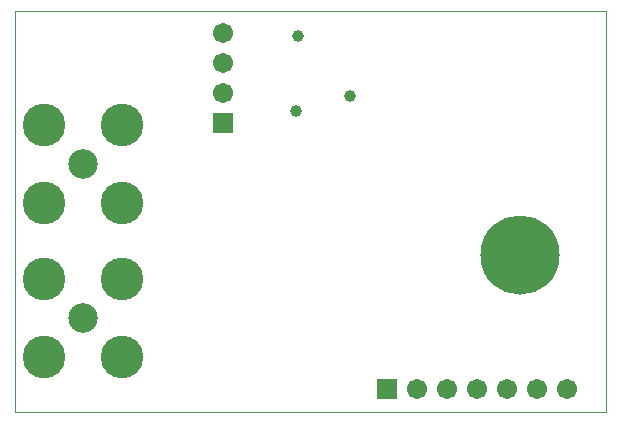
<source format=gbs>
G04 Layer_Color=16711935*
%FSLAX25Y25*%
%MOIN*%
G70*
G01*
G75*
%ADD29C,0.00394*%
%ADD30C,0.03937*%
%ADD51C,0.09855*%
%ADD52C,0.14186*%
%ADD53C,0.26391*%
%ADD54C,0.06706*%
%ADD55R,0.06706X0.06706*%
%ADD56R,0.06706X0.06706*%
D29*
X0Y0D02*
Y133858D01*
X196850D01*
X0Y0D02*
X196850D01*
X135000D02*
X196850D01*
Y133858D01*
X0Y118000D02*
Y133465D01*
D30*
X111417Y105512D02*
D03*
X94095Y125591D02*
D03*
X93701Y100394D02*
D03*
D51*
X22638Y31496D02*
D03*
Y82677D02*
D03*
D52*
X35630Y18504D02*
D03*
Y44488D02*
D03*
X9646D02*
D03*
Y18504D02*
D03*
X35630Y69685D02*
D03*
Y95669D02*
D03*
X9646D02*
D03*
Y69685D02*
D03*
D53*
X168307Y52559D02*
D03*
D54*
X183819Y7776D02*
D03*
X173819D02*
D03*
X163819D02*
D03*
X153819D02*
D03*
X133819D02*
D03*
X143819D02*
D03*
X69095Y126457D02*
D03*
Y116457D02*
D03*
Y106457D02*
D03*
D55*
X123819Y7776D02*
D03*
D56*
X69095Y96457D02*
D03*
M02*

</source>
